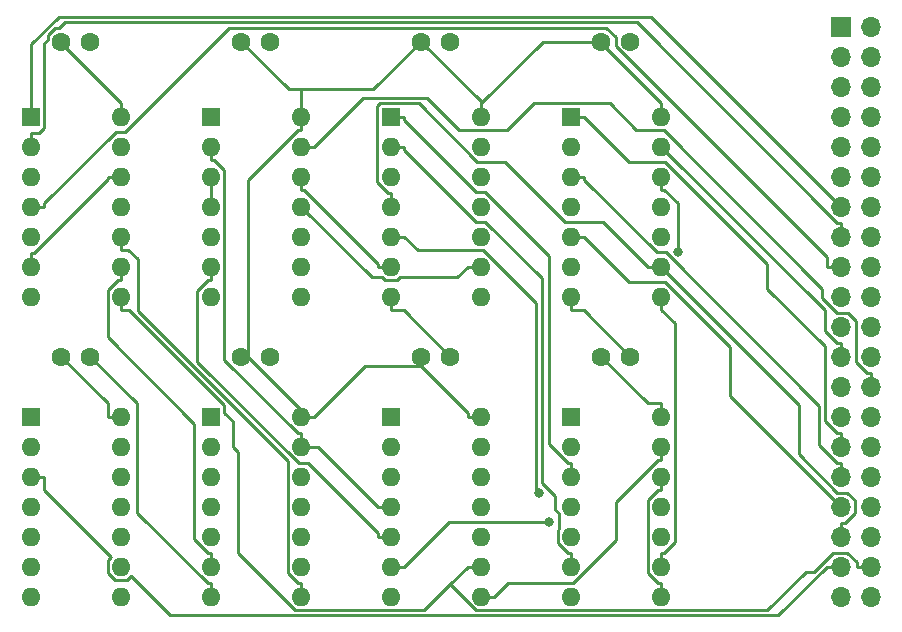
<source format=gbl>
G04 #@! TF.GenerationSoftware,KiCad,Pcbnew,(5.1.12)-1*
G04 #@! TF.CreationDate,2022-10-05T17:55:37-05:00*
G04 #@! TF.ProjectId,address_logic,61646472-6573-4735-9f6c-6f6769632e6b,rev?*
G04 #@! TF.SameCoordinates,Original*
G04 #@! TF.FileFunction,Copper,L2,Bot*
G04 #@! TF.FilePolarity,Positive*
%FSLAX46Y46*%
G04 Gerber Fmt 4.6, Leading zero omitted, Abs format (unit mm)*
G04 Created by KiCad (PCBNEW (5.1.12)-1) date 2022-10-05 17:55:37*
%MOMM*%
%LPD*%
G01*
G04 APERTURE LIST*
G04 #@! TA.AperFunction,ComponentPad*
%ADD10C,1.600000*%
G04 #@! TD*
G04 #@! TA.AperFunction,ComponentPad*
%ADD11O,1.700000X1.700000*%
G04 #@! TD*
G04 #@! TA.AperFunction,ComponentPad*
%ADD12R,1.700000X1.700000*%
G04 #@! TD*
G04 #@! TA.AperFunction,ComponentPad*
%ADD13O,1.600000X1.600000*%
G04 #@! TD*
G04 #@! TA.AperFunction,ComponentPad*
%ADD14R,1.600000X1.600000*%
G04 #@! TD*
G04 #@! TA.AperFunction,ViaPad*
%ADD15C,0.800000*%
G04 #@! TD*
G04 #@! TA.AperFunction,Conductor*
%ADD16C,0.250000*%
G04 #@! TD*
G04 APERTURE END LIST*
D10*
X138430000Y-54610000D03*
X140930000Y-54610000D03*
X153670000Y-54610000D03*
X156170000Y-54610000D03*
X168910000Y-54610000D03*
X171410000Y-54610000D03*
X186650000Y-54610000D03*
X184150000Y-54610000D03*
X138430000Y-81280000D03*
X140930000Y-81280000D03*
X156170000Y-81280000D03*
X153670000Y-81280000D03*
X171410000Y-81280000D03*
X168910000Y-81280000D03*
X186650000Y-81280000D03*
X184150000Y-81280000D03*
D11*
X207010000Y-101600000D03*
X204470000Y-101600000D03*
X207010000Y-99060000D03*
X204470000Y-99060000D03*
X207010000Y-96520000D03*
X204470000Y-96520000D03*
X207010000Y-93980000D03*
X204470000Y-93980000D03*
X207010000Y-91440000D03*
X204470000Y-91440000D03*
X207010000Y-88900000D03*
X204470000Y-88900000D03*
X207010000Y-86360000D03*
X204470000Y-86360000D03*
X207010000Y-83820000D03*
X204470000Y-83820000D03*
X207010000Y-81280000D03*
X204470000Y-81280000D03*
X207010000Y-78740000D03*
X204470000Y-78740000D03*
X207010000Y-76200000D03*
X204470000Y-76200000D03*
X207010000Y-73660000D03*
X204470000Y-73660000D03*
X207010000Y-71120000D03*
X204470000Y-71120000D03*
X207010000Y-68580000D03*
X204470000Y-68580000D03*
X207010000Y-66040000D03*
X204470000Y-66040000D03*
X207010000Y-63500000D03*
X204470000Y-63500000D03*
X207010000Y-60960000D03*
X204470000Y-60960000D03*
X207010000Y-58420000D03*
X204470000Y-58420000D03*
X207010000Y-55880000D03*
X204470000Y-55880000D03*
X207010000Y-53340000D03*
D12*
X204470000Y-53340000D03*
D13*
X143510000Y-60960000D03*
X135890000Y-76200000D03*
X143510000Y-63500000D03*
X135890000Y-73660000D03*
X143510000Y-66040000D03*
X135890000Y-71120000D03*
X143510000Y-68580000D03*
X135890000Y-68580000D03*
X143510000Y-71120000D03*
X135890000Y-66040000D03*
X143510000Y-73660000D03*
X135890000Y-63500000D03*
X143510000Y-76200000D03*
D14*
X135890000Y-60960000D03*
X151130000Y-60960000D03*
D13*
X158750000Y-76200000D03*
X151130000Y-63500000D03*
X158750000Y-73660000D03*
X151130000Y-66040000D03*
X158750000Y-71120000D03*
X151130000Y-68580000D03*
X158750000Y-68580000D03*
X151130000Y-71120000D03*
X158750000Y-66040000D03*
X151130000Y-73660000D03*
X158750000Y-63500000D03*
X151130000Y-76200000D03*
X158750000Y-60960000D03*
D14*
X166370000Y-60960000D03*
D13*
X173990000Y-76200000D03*
X166370000Y-63500000D03*
X173990000Y-73660000D03*
X166370000Y-66040000D03*
X173990000Y-71120000D03*
X166370000Y-68580000D03*
X173990000Y-68580000D03*
X166370000Y-71120000D03*
X173990000Y-66040000D03*
X166370000Y-73660000D03*
X173990000Y-63500000D03*
X166370000Y-76200000D03*
X173990000Y-60960000D03*
D14*
X181610000Y-60960000D03*
D13*
X189230000Y-76200000D03*
X181610000Y-63500000D03*
X189230000Y-73660000D03*
X181610000Y-66040000D03*
X189230000Y-71120000D03*
X181610000Y-68580000D03*
X189230000Y-68580000D03*
X181610000Y-71120000D03*
X189230000Y-66040000D03*
X181610000Y-73660000D03*
X189230000Y-63500000D03*
X181610000Y-76200000D03*
X189230000Y-60960000D03*
X143510000Y-86360000D03*
X135890000Y-101600000D03*
X143510000Y-88900000D03*
X135890000Y-99060000D03*
X143510000Y-91440000D03*
X135890000Y-96520000D03*
X143510000Y-93980000D03*
X135890000Y-93980000D03*
X143510000Y-96520000D03*
X135890000Y-91440000D03*
X143510000Y-99060000D03*
X135890000Y-88900000D03*
X143510000Y-101600000D03*
D14*
X135890000Y-86360000D03*
D13*
X158750000Y-86360000D03*
X151130000Y-101600000D03*
X158750000Y-88900000D03*
X151130000Y-99060000D03*
X158750000Y-91440000D03*
X151130000Y-96520000D03*
X158750000Y-93980000D03*
X151130000Y-93980000D03*
X158750000Y-96520000D03*
X151130000Y-91440000D03*
X158750000Y-99060000D03*
X151130000Y-88900000D03*
X158750000Y-101600000D03*
D14*
X151130000Y-86360000D03*
X166370000Y-86360000D03*
D13*
X173990000Y-101600000D03*
X166370000Y-88900000D03*
X173990000Y-99060000D03*
X166370000Y-91440000D03*
X173990000Y-96520000D03*
X166370000Y-93980000D03*
X173990000Y-93980000D03*
X166370000Y-96520000D03*
X173990000Y-91440000D03*
X166370000Y-99060000D03*
X173990000Y-88900000D03*
X166370000Y-101600000D03*
X173990000Y-86360000D03*
X189230000Y-86360000D03*
X181610000Y-101600000D03*
X189230000Y-88900000D03*
X181610000Y-99060000D03*
X189230000Y-91440000D03*
X181610000Y-96520000D03*
X189230000Y-93980000D03*
X181610000Y-93980000D03*
X189230000Y-96520000D03*
X181610000Y-91440000D03*
X189230000Y-99060000D03*
X181610000Y-88900000D03*
X189230000Y-101600000D03*
D14*
X181610000Y-86360000D03*
D15*
X178938600Y-92822000D03*
X190658900Y-72390000D03*
X179783100Y-95250000D03*
D16*
X166370000Y-76200000D02*
X166370000Y-77325100D01*
X166370000Y-77325100D02*
X167455100Y-77325100D01*
X167455100Y-77325100D02*
X171410000Y-81280000D01*
X181610000Y-76200000D02*
X181610000Y-77325100D01*
X181610000Y-77325100D02*
X182695100Y-77325100D01*
X182695100Y-77325100D02*
X186650000Y-81280000D01*
X151130000Y-101600000D02*
X151130000Y-100474900D01*
X151130000Y-100474900D02*
X150848700Y-100474900D01*
X150848700Y-100474900D02*
X144884800Y-94511000D01*
X144884800Y-94511000D02*
X144884800Y-85234800D01*
X144884800Y-85234800D02*
X140930000Y-81280000D01*
X204470000Y-68580000D02*
X188395500Y-52505500D01*
X135890000Y-54848587D02*
X135890000Y-60960000D01*
X188395500Y-52505500D02*
X138233087Y-52505500D01*
X138233087Y-52505500D02*
X135890000Y-54848587D01*
X204470000Y-69944900D02*
X204470000Y-71120000D01*
X204123400Y-69944900D02*
X204470000Y-69944900D01*
X187166000Y-52987500D02*
X204123400Y-69944900D01*
X138782500Y-52987500D02*
X187166000Y-52987500D01*
X137304999Y-54465001D02*
X137304999Y-54069999D01*
X138285001Y-53484999D02*
X138782500Y-52987500D01*
X135890000Y-62374900D02*
X136593200Y-62374900D01*
X136593200Y-62374900D02*
X137015100Y-61953000D01*
X137015100Y-61953000D02*
X137015100Y-54754900D01*
X135890000Y-63500000D02*
X135890000Y-62374900D01*
X137015100Y-54754900D02*
X137304999Y-54465001D01*
X137304999Y-54069999D02*
X137889999Y-53484999D01*
X137889999Y-53484999D02*
X138285001Y-53484999D01*
X204470000Y-73660000D02*
X203294900Y-73660000D01*
X135890000Y-68580000D02*
X137015100Y-68580000D01*
X137015100Y-68580000D02*
X137015100Y-68298700D01*
X137015100Y-68298700D02*
X143083800Y-62230000D01*
X143083800Y-62230000D02*
X143886600Y-62230000D01*
X143886600Y-62230000D02*
X152673900Y-53442700D01*
X152673900Y-53442700D02*
X184593100Y-53442700D01*
X184593100Y-53442700D02*
X185400000Y-54249600D01*
X185400000Y-54249600D02*
X185400000Y-54951000D01*
X185400000Y-54951000D02*
X203294900Y-72845900D01*
X203294900Y-72845900D02*
X203294900Y-73660000D01*
X204470000Y-81280000D02*
X204470000Y-80104900D01*
X189230000Y-63500000D02*
X203105200Y-77375200D01*
X203105200Y-77375200D02*
X203105200Y-79105400D01*
X203105200Y-79105400D02*
X204104700Y-80104900D01*
X204104700Y-80104900D02*
X204470000Y-80104900D01*
X204470000Y-88900000D02*
X204470000Y-87724900D01*
X181610000Y-60960000D02*
X182735100Y-60960000D01*
X182735100Y-60960000D02*
X186545100Y-64770000D01*
X186545100Y-64770000D02*
X189562800Y-64770000D01*
X189562800Y-64770000D02*
X198247500Y-73454700D01*
X198247500Y-73454700D02*
X198247500Y-75558500D01*
X198247500Y-75558500D02*
X203105300Y-80416300D01*
X203105300Y-80416300D02*
X203105300Y-86725500D01*
X203105300Y-86725500D02*
X204104700Y-87724900D01*
X204104700Y-87724900D02*
X204470000Y-87724900D01*
X182735100Y-66040000D02*
X182735100Y-66321300D01*
X182735100Y-66321300D02*
X188873900Y-72460100D01*
X188873900Y-72460100D02*
X189626400Y-72460100D01*
X189626400Y-72460100D02*
X202600600Y-85434300D01*
X202600600Y-85434300D02*
X202600600Y-88760900D01*
X202600600Y-88760900D02*
X204104600Y-90264900D01*
X204104600Y-90264900D02*
X204470000Y-90264900D01*
X204470000Y-91440000D02*
X204470000Y-90264900D01*
X181610000Y-66040000D02*
X182735100Y-66040000D01*
X181610000Y-71120000D02*
X182735100Y-71120000D01*
X182735100Y-71120000D02*
X186545100Y-74930000D01*
X186545100Y-74930000D02*
X189599300Y-74930000D01*
X189599300Y-74930000D02*
X195111500Y-80442200D01*
X195111500Y-80442200D02*
X195111500Y-84621500D01*
X195111500Y-84621500D02*
X204470000Y-93980000D01*
X203294900Y-99060000D02*
X204470000Y-99060000D01*
X147650100Y-103200100D02*
X199154800Y-103200100D01*
X144342501Y-99892501D02*
X147650100Y-103200100D01*
X144050001Y-100185001D02*
X144342501Y-99892501D01*
X142969999Y-100185001D02*
X144050001Y-100185001D01*
X142384999Y-99600001D02*
X142969999Y-100185001D01*
X142384999Y-98519999D02*
X142384999Y-99600001D01*
X199154800Y-103200100D02*
X203294900Y-99060000D01*
X142677499Y-98227499D02*
X142384999Y-98519999D01*
X137015100Y-92565100D02*
X142677499Y-98227499D01*
X137015100Y-91440000D02*
X137015100Y-92565100D01*
X135890000Y-91440000D02*
X137015100Y-91440000D01*
X189230000Y-99060000D02*
X189230000Y-97934900D01*
X189230000Y-76200000D02*
X189230000Y-77325100D01*
X189230000Y-77325100D02*
X190379500Y-78474600D01*
X190379500Y-78474600D02*
X190379500Y-97018500D01*
X190379500Y-97018500D02*
X189463100Y-97934900D01*
X189463100Y-97934900D02*
X189230000Y-97934900D01*
X205834900Y-99060000D02*
X205834900Y-98694800D01*
X205834900Y-98694800D02*
X205009500Y-97869400D01*
X205009500Y-97869400D02*
X203760600Y-97869400D01*
X203760600Y-97869400D02*
X202148600Y-99481400D01*
X202148600Y-99481400D02*
X201512100Y-99481400D01*
X201512100Y-99481400D02*
X198243600Y-102749900D01*
X198243600Y-102749900D02*
X173538700Y-102749900D01*
X173538700Y-102749900D02*
X171356900Y-100568000D01*
X143510000Y-77325100D02*
X144213600Y-77325100D01*
X144213600Y-77325100D02*
X152273800Y-85385300D01*
X152273800Y-85385300D02*
X152273800Y-86021900D01*
X152273800Y-86021900D02*
X152974800Y-86722900D01*
X152974800Y-86722900D02*
X152974800Y-88948200D01*
X152974800Y-88948200D02*
X153424900Y-89398300D01*
X153424900Y-89398300D02*
X153424900Y-97932600D01*
X153424900Y-97932600D02*
X158228700Y-102736400D01*
X158228700Y-102736400D02*
X169188500Y-102736400D01*
X169188500Y-102736400D02*
X171356900Y-100568000D01*
X171356900Y-100568000D02*
X172864900Y-99060000D01*
X207010000Y-99060000D02*
X205834900Y-99060000D01*
X143510000Y-76200000D02*
X143510000Y-77325100D01*
X173990000Y-99060000D02*
X172864900Y-99060000D01*
X165244900Y-96520000D02*
X165244900Y-96238700D01*
X165244900Y-96238700D02*
X159321000Y-90314800D01*
X159321000Y-90314800D02*
X158566000Y-90314800D01*
X158566000Y-90314800D02*
X149980500Y-81729300D01*
X149980500Y-81729300D02*
X149980500Y-75701400D01*
X149980500Y-75701400D02*
X150896800Y-74785100D01*
X150896800Y-74785100D02*
X151130000Y-74785100D01*
X151130000Y-73660000D02*
X151130000Y-74785100D01*
X166370000Y-96520000D02*
X165244900Y-96520000D01*
X207010000Y-82644900D02*
X206644700Y-82644900D01*
X206644700Y-82644900D02*
X205740000Y-81740200D01*
X205740000Y-81740200D02*
X205740000Y-78250600D01*
X205740000Y-78250600D02*
X205054200Y-77564800D01*
X205054200Y-77564800D02*
X204172400Y-77564800D01*
X204172400Y-77564800D02*
X202901300Y-76293700D01*
X202901300Y-76293700D02*
X202901300Y-75520000D01*
X202901300Y-75520000D02*
X189466500Y-62085200D01*
X189466500Y-62085200D02*
X187147500Y-62085200D01*
X187147500Y-62085200D02*
X184897100Y-59834800D01*
X184897100Y-59834800D02*
X178519200Y-59834800D01*
X178519200Y-59834800D02*
X176236500Y-62117500D01*
X176236500Y-62117500D02*
X172136900Y-62117500D01*
X172136900Y-62117500D02*
X169404100Y-59384700D01*
X169404100Y-59384700D02*
X163990400Y-59384700D01*
X163990400Y-59384700D02*
X159875100Y-63500000D01*
X207010000Y-83820000D02*
X207010000Y-82644900D01*
X158750000Y-63500000D02*
X159875100Y-63500000D01*
X158750000Y-58657300D02*
X164862700Y-58657300D01*
X164862700Y-58657300D02*
X168910000Y-54610000D01*
X153670000Y-54610000D02*
X157717300Y-58657300D01*
X157717300Y-58657300D02*
X158750000Y-58657300D01*
X158750000Y-59834900D02*
X158750000Y-58657300D01*
X158750000Y-60960000D02*
X158750000Y-62085100D01*
X154232600Y-81280000D02*
X153670000Y-81280000D01*
X159312600Y-86360000D02*
X154232600Y-81280000D01*
X154232600Y-81280000D02*
X154232600Y-66369300D01*
X154232600Y-66369300D02*
X158516800Y-62085100D01*
X158516800Y-62085100D02*
X158750000Y-62085100D01*
X158750000Y-60960000D02*
X158750000Y-59834900D01*
X159312600Y-86360000D02*
X159875100Y-86360000D01*
X158750000Y-86360000D02*
X159312600Y-86360000D01*
X168910000Y-82080000D02*
X164155100Y-82080000D01*
X164155100Y-82080000D02*
X159875100Y-86360000D01*
X172864900Y-86360000D02*
X172864900Y-86034900D01*
X172864900Y-86034900D02*
X168910000Y-82080000D01*
X168910000Y-82080000D02*
X168910000Y-81280000D01*
X189230000Y-60960000D02*
X189230000Y-59834900D01*
X189230000Y-59834900D02*
X184150000Y-54754900D01*
X184150000Y-54754900D02*
X184150000Y-54610000D01*
X174062500Y-59762400D02*
X179214900Y-54610000D01*
X179214900Y-54610000D02*
X184150000Y-54610000D01*
X173990000Y-59947400D02*
X173990000Y-59834900D01*
X173990000Y-59834900D02*
X174062500Y-59762400D01*
X174062500Y-59762400D02*
X168910000Y-54610000D01*
X173990000Y-60960000D02*
X173990000Y-59947400D01*
X142384900Y-86360000D02*
X142384900Y-85234900D01*
X142384900Y-85234900D02*
X138430000Y-81280000D01*
X189230000Y-86360000D02*
X189230000Y-85234900D01*
X184150000Y-81280000D02*
X188104900Y-85234900D01*
X188104900Y-85234900D02*
X189230000Y-85234900D01*
X143510000Y-60960000D02*
X143510000Y-59834900D01*
X143510000Y-59834900D02*
X138430000Y-54754900D01*
X138430000Y-54754900D02*
X138430000Y-54610000D01*
X143510000Y-86360000D02*
X142384900Y-86360000D01*
X173990000Y-86360000D02*
X172864900Y-86360000D01*
X135890000Y-73660000D02*
X135890000Y-72534900D01*
X143510000Y-66040000D02*
X142384900Y-66040000D01*
X142384900Y-66040000D02*
X142384900Y-66273100D01*
X142384900Y-66273100D02*
X136123100Y-72534900D01*
X136123100Y-72534900D02*
X135890000Y-72534900D01*
X144924800Y-73039100D02*
X144130800Y-72245100D01*
X144924800Y-77399600D02*
X144924800Y-73039100D01*
X157624900Y-90099700D02*
X144924800Y-77399600D01*
X157624900Y-99631200D02*
X157624900Y-90099700D01*
X144130800Y-72245100D02*
X143510000Y-72245100D01*
X158468600Y-100474900D02*
X157624900Y-99631200D01*
X143510000Y-72245100D02*
X143510000Y-71120000D01*
X158750000Y-100474900D02*
X158468600Y-100474900D01*
X158750000Y-101600000D02*
X158750000Y-100474900D01*
X151130000Y-99060000D02*
X151130000Y-97934900D01*
X143510000Y-73660000D02*
X143510000Y-74785100D01*
X143510000Y-74785100D02*
X143228700Y-74785100D01*
X143228700Y-74785100D02*
X142384300Y-75629500D01*
X142384300Y-75629500D02*
X142384300Y-79657700D01*
X142384300Y-79657700D02*
X149715200Y-86988600D01*
X149715200Y-86988600D02*
X149715200Y-96753300D01*
X149715200Y-96753300D02*
X150896800Y-97934900D01*
X150896800Y-97934900D02*
X151130000Y-97934900D01*
X158750000Y-88900000D02*
X158750000Y-87774900D01*
X151130000Y-63500000D02*
X151130000Y-64625100D01*
X151130000Y-64625100D02*
X151411400Y-64625100D01*
X151411400Y-64625100D02*
X152255100Y-65468800D01*
X152255100Y-65468800D02*
X152255100Y-81542300D01*
X152255100Y-81542300D02*
X158487700Y-87774900D01*
X158487700Y-87774900D02*
X158750000Y-87774900D01*
X166370000Y-93980000D02*
X165244900Y-93980000D01*
X165244900Y-93980000D02*
X160164900Y-88900000D01*
X160164900Y-88900000D02*
X158750000Y-88900000D01*
X151130000Y-68580000D02*
X151130000Y-66040000D01*
X164727100Y-74557100D02*
X158750000Y-68580000D01*
X165829999Y-74785001D02*
X165602098Y-74557100D01*
X166910001Y-74785001D02*
X165829999Y-74785001D01*
X167137902Y-74557100D02*
X166910001Y-74785001D01*
X171967800Y-74557100D02*
X167137902Y-74557100D01*
X172864900Y-73660000D02*
X171967800Y-74557100D01*
X165602098Y-74557100D02*
X164727100Y-74557100D01*
X173990000Y-73660000D02*
X172864900Y-73660000D01*
X158750000Y-66040000D02*
X158750000Y-67165100D01*
X166370000Y-73660000D02*
X165244900Y-73660000D01*
X165244900Y-73660000D02*
X165244900Y-73426900D01*
X165244900Y-73426900D02*
X158983100Y-67165100D01*
X158983100Y-67165100D02*
X158750000Y-67165100D01*
X167495100Y-60960000D02*
X167495100Y-61241300D01*
X167495100Y-61241300D02*
X173563800Y-67310000D01*
X173563800Y-67310000D02*
X174311900Y-67310000D01*
X174311900Y-67310000D02*
X179745100Y-72743200D01*
X179745100Y-72743200D02*
X179745100Y-88683200D01*
X179745100Y-88683200D02*
X181376800Y-90314900D01*
X181376800Y-90314900D02*
X181610000Y-90314900D01*
X181610000Y-91440000D02*
X181610000Y-90314900D01*
X166370000Y-60960000D02*
X167495100Y-60960000D01*
X181610000Y-99060000D02*
X181610000Y-97934900D01*
X166370000Y-63500000D02*
X167495100Y-63500000D01*
X167495100Y-63500000D02*
X167495100Y-63781300D01*
X167495100Y-63781300D02*
X173563800Y-69850000D01*
X173563800Y-69850000D02*
X174366700Y-69850000D01*
X174366700Y-69850000D02*
X179180200Y-74663500D01*
X179180200Y-74663500D02*
X179180200Y-92022200D01*
X179180200Y-92022200D02*
X180283100Y-93125100D01*
X180283100Y-93125100D02*
X180283100Y-94259200D01*
X180283100Y-94259200D02*
X180565300Y-94541400D01*
X180565300Y-94541400D02*
X180565300Y-95894700D01*
X180565300Y-95894700D02*
X180472800Y-95987200D01*
X180472800Y-95987200D02*
X180472800Y-97030900D01*
X180472800Y-97030900D02*
X181376800Y-97934900D01*
X181376800Y-97934900D02*
X181610000Y-97934900D01*
X167495100Y-71120000D02*
X168620200Y-72245100D01*
X168620200Y-72245100D02*
X174181200Y-72245100D01*
X174181200Y-72245100D02*
X178675500Y-76739400D01*
X178675500Y-76739400D02*
X178675500Y-92558900D01*
X178675500Y-92558900D02*
X178938600Y-92822000D01*
X166370000Y-71120000D02*
X167495100Y-71120000D01*
X189230000Y-67165100D02*
X189511300Y-67165100D01*
X189511300Y-67165100D02*
X190658900Y-68312700D01*
X190658900Y-68312700D02*
X190658900Y-72390000D01*
X189230000Y-66040000D02*
X189230000Y-67165100D01*
X189230000Y-88900000D02*
X189230000Y-90025100D01*
X173990000Y-101600000D02*
X175115100Y-101600000D01*
X175115100Y-101600000D02*
X176240200Y-100474900D01*
X176240200Y-100474900D02*
X181793400Y-100474900D01*
X181793400Y-100474900D02*
X185420000Y-96848300D01*
X185420000Y-96848300D02*
X185420000Y-93601900D01*
X185420000Y-93601900D02*
X188996800Y-90025100D01*
X188996800Y-90025100D02*
X189230000Y-90025100D01*
X167495100Y-99060000D02*
X171305100Y-95250000D01*
X171305100Y-95250000D02*
X179783100Y-95250000D01*
X166370000Y-99060000D02*
X167495100Y-99060000D01*
X189230000Y-91440000D02*
X189230000Y-92565100D01*
X189230000Y-101600000D02*
X189230000Y-100474900D01*
X189230000Y-100474900D02*
X188948700Y-100474900D01*
X188948700Y-100474900D02*
X188096500Y-99622700D01*
X188096500Y-99622700D02*
X188096500Y-93465400D01*
X188096500Y-93465400D02*
X188996800Y-92565100D01*
X188996800Y-92565100D02*
X189230000Y-92565100D01*
X166370000Y-68580000D02*
X166370000Y-67454900D01*
X189230000Y-73660000D02*
X188104900Y-73660000D01*
X188104900Y-73660000D02*
X184294900Y-69850000D01*
X184294900Y-69850000D02*
X181129200Y-69850000D01*
X181129200Y-69850000D02*
X176049200Y-64770000D01*
X176049200Y-64770000D02*
X173645800Y-64770000D01*
X173645800Y-64770000D02*
X168710700Y-59834900D01*
X168710700Y-59834900D02*
X165435400Y-59834900D01*
X165435400Y-59834900D02*
X165195300Y-60075000D01*
X165195300Y-60075000D02*
X165195300Y-66513400D01*
X165195300Y-66513400D02*
X166136800Y-67454900D01*
X166136800Y-67454900D02*
X166370000Y-67454900D01*
X204470000Y-95344900D02*
X204835200Y-95344900D01*
X204835200Y-95344900D02*
X205647000Y-94533100D01*
X205647000Y-94533100D02*
X205647000Y-93456100D01*
X205647000Y-93456100D02*
X204995700Y-92804800D01*
X204995700Y-92804800D02*
X204172900Y-92804800D01*
X204172900Y-92804800D02*
X200913000Y-89544900D01*
X200913000Y-89544900D02*
X200913000Y-85342900D01*
X200913000Y-85342900D02*
X200912900Y-85342900D01*
X200912900Y-85342900D02*
X189230000Y-73660000D01*
X204470000Y-96520000D02*
X204470000Y-95344900D01*
M02*

</source>
